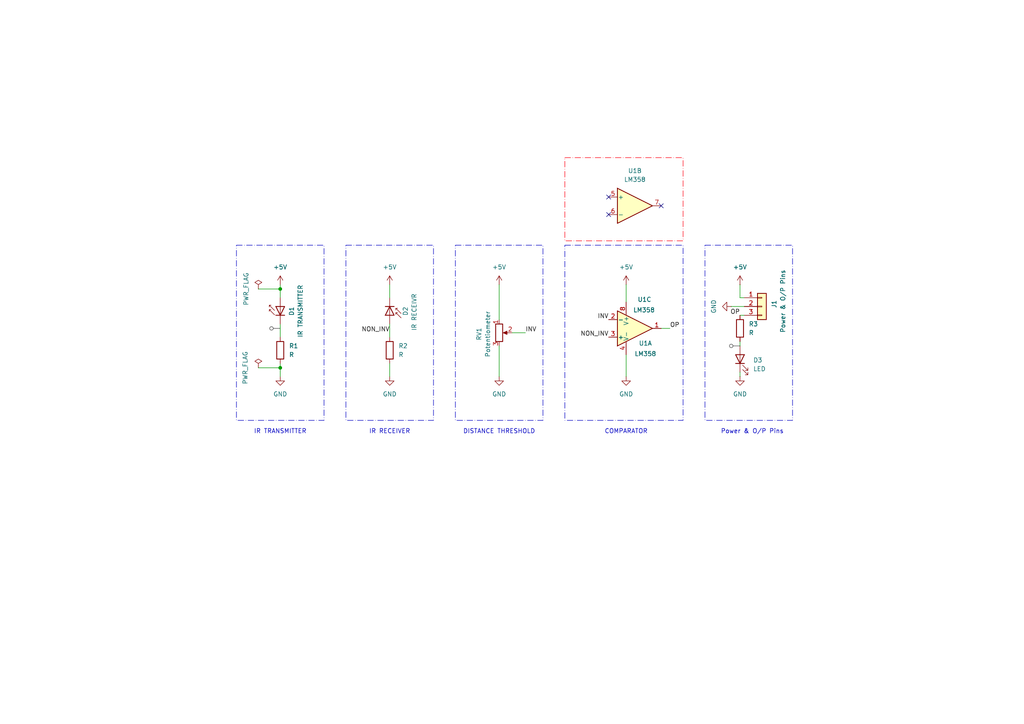
<source format=kicad_sch>
(kicad_sch (version 20250114) (generator "eeschema") (generator_version "9.0")
  (paper "A4")
  (lib_symbols
    (symbol "Amplifier_Operational:LM358" (pin_names (offset 0.127))
      (property "Reference" "U" (at 0 5.08 0))
      (property "Value" "LM358" (at 0 -5.08 0))
      (symbol "LM358_1_1"
        (polyline (pts (xy -5.08 5.08) (xy 5.08 0) (xy -5.08 -5.08) (xy -5.08 5.08)) (stroke (width 0.254)) (fill (type background)))
        (pin input line (at -7.62 2.54 0) (length 2.54) (name "+") (number "3"))
        (pin input line (at -7.62 -2.54 0) (length 2.54) (name "-") (number "2"))
        (pin output line (at 7.62 0 180) (length 2.54) (name "~") (number "1"))
      )
      (symbol "LM358_2_1"
        (polyline (pts (xy -5.08 5.08) (xy 5.08 0) (xy -5.08 -5.08) (xy -5.08 5.08)) (stroke (width 0.254)) (fill (type background)))
        (pin input line (at -7.62 2.54 0) (length 2.54) (name "+") (number "5"))
        (pin input line (at -7.62 -2.54 0) (length 2.54) (name "-") (number "6"))
        (pin output line (at 7.62 0 180) (length 2.54) (name "~") (number "7"))
      )
      (symbol "LM358_3_1"
        (pin power_in line (at -2.54 7.62 270) (length 3.81) (name "V+") (number "8"))
        (pin power_in line (at -2.54 -7.62 90) (length 3.81) (name "V-") (number "4"))
      )
    )
    (symbol "Connector_Generic:Conn_01x03" (pin_names (offset 1.016) (hide yes))
      (property "Reference" "J" (at 0 5.08 0))
      (property "Value" "Conn_01x03" (at 0 -5.08 0))
      (symbol "Conn_01x03_1_1"
        (rectangle (start -1.27 3.81) (end 1.27 -3.81) (stroke (width 0.254)) (fill (type background)))
        (rectangle (start -1.27 2.667) (end 0 2.413) (stroke (width 0.1524)))
        (rectangle (start -1.27 0.127) (end 0 -0.127) (stroke (width 0.1524)))
        (rectangle (start -1.27 -2.413) (end 0 -2.667) (stroke (width 0.1524)))
        (pin passive line (at -5.08 2.54 0) (length 3.81) (name "Pin_1") (number "1"))
        (pin passive line (at -5.08 0 0) (length 3.81) (name "Pin_2") (number "2"))
        (pin passive line (at -5.08 -2.54 0) (length 3.81) (name "Pin_3") (number "3"))
      )
    )
    (symbol "Device:D_Photo" (pin_numbers (hide yes)) (pin_names (hide yes))
      (property "Reference" "D" (at 0.508 1.778 0))
      (property "Value" "D_Photo" (at -1.016 -2.794 0))
      (symbol "D_Photo_0_1"
        (polyline (pts (xy -2.54 1.27) (xy -2.54 -1.27)) (stroke (width 0.254)))
        (polyline (pts (xy -2.032 1.778) (xy -1.524 1.778)))
        (polyline (pts (xy -0.508 3.302) (xy -2.032 1.778) (xy -2.032 2.286)))
        (polyline (pts (xy 0 0) (xy -2.54 0)))
        (polyline (pts (xy 0 -1.27) (xy 0 1.27) (xy -2.54 0) (xy 0 -1.27)) (stroke (width 0.254)))
        (polyline (pts (xy 0.762 3.302) (xy -0.762 1.778) (xy -0.762 2.286) (xy -0.762 1.778) (xy -0.254 1.778)))
      )
      (symbol "D_Photo_1_1"
        (pin passive line (at -5.08 0 0) (length 2.54) (name "K") (number "1"))
        (pin passive line (at 2.54 0 180) (length 2.54) (name "A") (number "2"))
      )
    )
    (symbol "Device:LED" (pin_numbers (hide yes)) (pin_names (offset 1.016) (hide yes))
      (property "Reference" "D" (at 0 2.54 0))
      (property "Value" "LED" (at 0 -2.54 0))
      (symbol "LED_0_1"
        (polyline (pts (xy -3.048 -0.762) (xy -4.572 -2.286) (xy -3.81 -2.286) (xy -4.572 -2.286) (xy -4.572 -1.524)))
        (polyline (pts (xy -1.778 -0.762) (xy -3.302 -2.286) (xy -2.54 -2.286) (xy -3.302 -2.286) (xy -3.302 -1.524)))
        (polyline (pts (xy -1.27 0) (xy 1.27 0)))
        (polyline (pts (xy -1.27 -1.27) (xy -1.27 1.27)) (stroke (width 0.254)))
        (polyline (pts (xy 1.27 -1.27) (xy 1.27 1.27) (xy -1.27 0) (xy 1.27 -1.27)) (stroke (width 0.254)))
      )
      (symbol "LED_1_1"
        (pin passive line (at -3.81 0 0) (length 2.54) (name "K") (number "1"))
        (pin passive line (at 3.81 0 180) (length 2.54) (name "A") (number "2"))
      )
    )
    (symbol "Device:R" (pin_numbers (hide yes)) (pin_names (offset 0))
      (property "Reference" "R" (at 2.032 0 90))
      (property "Value" "R" (at 0 0 90))
      (symbol "R_0_1"
        (rectangle (start -1.016 -2.54) (end 1.016 2.54) (stroke (width 0.254)))
      )
      (symbol "R_1_1"
        (pin passive line (at 0 3.81 270) (length 1.27) (name "~") (number "1"))
        (pin passive line (at 0 -3.81 90) (length 1.27) (name "~") (number "2"))
      )
    )
    (symbol "Device:R_Potentiometer" (pin_names (offset 1.016) (hide yes))
      (property "Reference" "RV" (at -4.445 0 90))
      (property "Value" "R_Potentiometer" (at -2.54 0 90))
      (symbol "R_Potentiometer_0_1"
        (rectangle (start 1.016 2.54) (end -1.016 -2.54) (stroke (width 0.254)))
        (polyline (pts (xy 1.143 0) (xy 2.286 0.508) (xy 2.286 -0.508) (xy 1.143 0)) (fill (type outline)))
        (polyline (pts (xy 2.54 0) (xy 1.524 0)))
      )
      (symbol "R_Potentiometer_1_1"
        (pin passive line (at 0 3.81 270) (length 1.27) (name "1") (number "1"))
        (pin passive line (at 0 -3.81 90) (length 1.27) (name "3") (number "3"))
        (pin passive line (at 3.81 0 180) (length 1.27) (name "2") (number "2"))
      )
    )
    (symbol "LED:IR204A" (pin_numbers (hide yes)) (pin_names (offset 1.016) (hide yes))
      (property "Reference" "D" (at 0.508 1.778 0))
      (property "Value" "IR204A" (at -1.016 -2.794 0))
      (symbol "IR204A_0_1"
        (polyline (pts (xy -2.54 1.27) (xy -2.54 -1.27)) (stroke (width 0.254)))
        (polyline (pts (xy -2.413 1.651) (xy -0.889 3.175) (xy -0.889 2.667) (xy -0.889 3.175) (xy -1.397 3.175)))
        (polyline (pts (xy -1.143 1.651) (xy 0.381 3.175) (xy 0.381 2.667)))
        (polyline (pts (xy 0 1.27) (xy -2.54 0) (xy 0 -1.27) (xy 0 1.27)) (stroke (width 0.254)))
        (polyline (pts (xy 0 0) (xy -2.54 0)))
        (polyline (pts (xy 0.381 3.175) (xy -0.127 3.175)))
      )
      (symbol "IR204A_1_1"
        (pin passive line (at -5.08 0 0) (length 2.54) (name "K") (number "1"))
        (pin passive line (at 2.54 0 180) (length 2.54) (name "A") (number "2"))
      )
    )
    (symbol "power:+5V" (power) (pin_numbers (hide yes)) (pin_names (offset 0) (hide yes))
      (property "Value" "+5V" (at 0 3.556 0))
      (symbol "+5V_0_1"
        (polyline (pts (xy -0.762 1.27) (xy 0 2.54)))
        (polyline (pts (xy 0 2.54) (xy 0.762 1.27)))
        (polyline (pts (xy 0 0) (xy 0 2.54)))
      )
      (symbol "+5V_1_1"
        (pin power_in line (at 0 0 90) (length 0) (name "~") (number "1"))
      )
    )
    (symbol "power:GND" (power) (pin_numbers (hide yes)) (pin_names (offset 0) (hide yes))
      (property "Value" "GND" (at 0 -3.81 0))
      (symbol "GND_0_1"
        (polyline (pts (xy 0 0) (xy 0 -1.27) (xy 1.27 -1.27) (xy 0 -2.54) (xy -1.27 -1.27) (xy 0 -1.27)))
      )
      (symbol "GND_1_1"
        (pin power_in line (at 0 0 270) (length 0) (name "~") (number "1"))
      )
    )
    (symbol "power:PWR_FLAG" (power) (pin_numbers (hide yes)) (pin_names (offset 0) (hide yes))
      (property "Value" "PWR_FLAG" (at 0 3.81 0))
      (symbol "PWR_FLAG_0_0"
        (pin power_out line (at 0 0 90) (length 0) (name "~") (number "1"))
      )
      (symbol "PWR_FLAG_0_1"
        (polyline (pts (xy 0 0) (xy 0 1.27) (xy -1.016 1.905) (xy 0 2.54) (xy 1.016 1.905) (xy 0 1.27)))
      )
    )
  )
  (rectangle (start 204.47 71.12) (end 229.87 121.92) (stroke (width 0) (type dash_dot)))
  (rectangle (start 163.83 71.12) (end 198.12 121.92) (stroke (width 0) (type dash_dot)))
  (rectangle (start 132.08 71.12) (end 157.48 121.92) (stroke (width 0) (type dash_dot)))
  (rectangle (start 68.58 71.12) (end 93.98 121.92) (stroke (width 0) (type dash_dot)))
  (rectangle (start 100.33 71.12) (end 125.73 121.92) (stroke (width 0) (type dash_dot)))
  (rectangle (start 163.83 45.72) (end 198.12 69.85) (stroke (width 0) (type dash_dot) (color 255 0 18 1)))
  (text "DISTANCE THRESHOLD" (at 144.78 125.222 0) (effects (font (size 1.27 1.27))))
  (text "COMPARATOR" (at 181.61 125.222 0) (effects (font (size 1.27 1.27))))
  (text "IR TRANSMITTER" (at 81.28 125.222 0) (effects (font (size 1.27 1.27))))
  (text "IR RECEIVER" (at 113.03 125.222 0) (effects (font (size 1.27 1.27))))
  (text "Power & O/P Pins" (at 218.186 125.222 0) (effects (font (size 1.27 1.27))))
  (junction (at 81.28 106.68))
  (junction (at 81.28 83.82))
  (no_connect (at 176.53 57.15))
  (no_connect (at 176.53 62.23))
  (no_connect (at 191.77 59.69))
  (wire (pts (xy 191.77 95.25) (xy 194.31 95.25)))
  (wire (pts (xy 181.61 102.87) (xy 181.61 109.22)))
  (wire (pts (xy 181.61 82.55) (xy 181.61 87.63)))
  (wire (pts (xy 81.28 93.98) (xy 81.28 97.79)))
  (wire (pts (xy 81.28 106.68) (xy 81.28 109.22)))
  (wire (pts (xy 81.28 82.55) (xy 81.28 83.82)))
  (wire (pts (xy 214.63 82.55) (xy 214.63 86.36)))
  (wire (pts (xy 214.63 86.36) (xy 215.9 86.36)))
  (wire (pts (xy 113.03 93.98) (xy 113.03 97.79)))
  (wire (pts (xy 148.59 96.52) (xy 152.4 96.52)))
  (wire (pts (xy 113.03 105.41) (xy 113.03 109.22)))
  (wire (pts (xy 81.28 83.82) (xy 81.28 86.36)))
  (wire (pts (xy 214.63 107.95) (xy 214.63 109.22)))
  (wire (pts (xy 113.03 82.55) (xy 113.03 86.36)))
  (wire (pts (xy 144.78 82.55) (xy 144.78 92.71)))
  (wire (pts (xy 214.63 91.44) (xy 215.9 91.44)))
  (wire (pts (xy 212.09 88.9) (xy 215.9 88.9)))
  (wire (pts (xy 81.28 105.41) (xy 81.28 106.68)))
  (wire (pts (xy 144.78 100.33) (xy 144.78 109.22)))
  (wire (pts (xy 214.63 99.06) (xy 214.63 100.33)))
  (wire (pts (xy 74.93 106.68) (xy 81.28 106.68)))
  (wire (pts (xy 74.93 83.82) (xy 81.28 83.82)))
  (label "OP" (at 194.31 95.25 0))
  (label "INV" (at 176.53 92.71 180))
  (label "NON_INV" (at 113.03 96.52 180))
  (label "INV" (at 152.4 96.52 0))
  (label "NON_INV" (at 176.53 97.79 180))
  (label "OP" (at 214.63 91.44 180))
  (netclass_flag "" (length 2.54) (shape round) (at 214.63 100.33 90) (property "Netclass" "Signal" (effects (hide yes))))
  (netclass_flag "" (length 2.54) (shape round) (at 81.28 95.25 90) (property "Netclass" "Signal" (effects (hide yes))))
  (symbol (lib_id "Device:R") (at 214.63 95.25 0) (unit 1)
    (property "Reference" "R3" (at 217.17 93.9799 0) (effects (justify left)))
    (property "Value" "R" (at 217.17 96.5199 0) (effects (justify left)))
    (property "Footprint" "Resistor_THT:R_Axial_DIN0207_L6.3mm_D2.5mm_P7.62mm_Horizontal" (effects (hide yes)))
    (property "Description" "Resistor" (effects (hide yes)))
  )
  (symbol (lib_id "power:PWR_FLAG") (at 74.93 83.82 0) (unit 1)
    (property "Reference" "#FLG01" (effects (hide yes)))
    (property "Value" "PWR_FLAG" (at 71.374 83.82 90))
    (property "Description" "Special symbol for telling ERC where power comes from" (effects (hide yes)))
  )
  (symbol (lib_id "Connector_Generic:Conn_01x03") (at 220.98 88.9 0) (unit 1)
    (property "Reference" "J1" (at 224.536 89.408 90) (effects (justify left)))
    (property "Value" "Power & O/P Pins" (at 227.076 96.52 90) (effects (justify left)))
    (property "Footprint" "Connector_PinSocket_2.54mm:PinSocket_1x03_P2.54mm_Horizontal" (effects (hide yes)))
    (property "Description" "Generic connector, single row, 01x03, script generated (kicad-library-utils/schlib/autogen/connector/)" (effects (hide yes)))
  )
  (symbol (lib_id "Device:D_Photo") (at 113.03 91.44 270) (unit 1)
    (property "Reference" "D2" (at 117.602 88.9 0) (effects (justify left)))
    (property "Value" "IR RECEIVR" (at 120.142 85.09 0) (effects (justify left)))
    (property "Footprint" "LED_THT:LED_D3.0mm" (effects (hide yes)))
    (property "Description" "Photodiode" (effects (hide yes)))
  )
  (symbol (lib_id "LED:IR204A") (at 81.28 88.9 90) (unit 1)
    (property "Reference" "D1" (at 84.582 88.9 0) (effects (justify right)))
    (property "Value" "IR TRANSMITTER" (at 87.122 82.55 0) (effects (justify right)))
    (property "Footprint" "LED_THT:LED_D3.0mm_IRBlack" (effects (hide yes)))
    (property "Datasheet" "http://www.everlight.com/file/ProductFile/IR204-A.pdf" (effects (hide yes)))
    (property "Description" "Infrared LED , 3mm LED package" (effects (hide yes)))
  )
  (symbol (lib_id "power:GND") (at 181.61 109.22 0) (unit 1)
    (property "Reference" "#PWR08" (effects (hide yes)))
    (property "Value" "GND" (at 181.61 114.3 0))
    (property "Description" "Power symbol creates a global label with name \"GND\" , ground" (effects (hide yes)))
  )
  (symbol (lib_id "Device:R") (at 113.03 101.6 0) (unit 1)
    (property "Reference" "R2" (at 115.57 100.3299 0) (effects (justify left)))
    (property "Value" "R" (at 115.57 102.8699 0) (effects (justify left)))
    (property "Footprint" "Resistor_THT:R_Axial_DIN0207_L6.3mm_D2.5mm_P7.62mm_Horizontal" (effects (hide yes)))
    (property "Description" "Resistor" (effects (hide yes)))
  )
  (symbol (lib_id "power:GND") (at 214.63 109.22 0) (unit 1)
    (property "Reference" "#PWR011" (effects (hide yes)))
    (property "Value" "GND" (at 214.63 114.3 0))
    (property "Description" "Power symbol creates a global label with name \"GND\" , ground" (effects (hide yes)))
  )
  (symbol (lib_id "power:GND") (at 81.28 109.22 0) (unit 1)
    (property "Reference" "#PWR02" (effects (hide yes)))
    (property "Value" "GND" (at 81.28 114.3 0))
    (property "Description" "Power symbol creates a global label with name \"GND\" , ground" (effects (hide yes)))
  )
  (symbol (lib_id "power:PWR_FLAG") (at 74.93 106.68 0) (unit 1)
    (property "Reference" "#FLG02" (effects (hide yes)))
    (property "Value" "PWR_FLAG" (at 71.12 106.68 90))
    (property "Description" "Special symbol for telling ERC where power comes from" (effects (hide yes)))
  )
  (symbol (lib_id "Amplifier_Operational:LM358") (at 184.15 59.69 0) (unit 2)
    (property "Reference" "U1" (at 184.15 49.53 0))
    (property "Value" "LM358" (at 184.15 52.07 0))
    (property "Footprint" "Package_DIP:DIP-8_W7.62mm" (effects (hide yes)))
    (property "Datasheet" "http://www.ti.com/lit/ds/symlink/lm2904-n.pdf" (effects (hide yes)))
    (property "Description" "Low-Power, Dual Operational Amplifiers, DIP-8/SOIC-8/TO-99-8" (effects (hide yes)))
  )
  (symbol (lib_id "power:GND") (at 144.78 109.22 0) (unit 1)
    (property "Reference" "#PWR06" (effects (hide yes)))
    (property "Value" "GND" (at 144.78 114.3 0))
    (property "Description" "Power symbol creates a global label with name \"GND\" , ground" (effects (hide yes)))
  )
  (symbol (lib_id "power:+5V") (at 214.63 82.55 0) (unit 1)
    (property "Reference" "#PWR010" (effects (hide yes)))
    (property "Value" "+5V" (at 214.63 77.47 0))
    (property "Description" "Power symbol creates a global label with name \"+5V\"" (effects (hide yes)))
  )
  (symbol (lib_id "Device:R") (at 81.28 101.6 0) (unit 1)
    (property "Reference" "R1" (at 83.82 100.3299 0) (effects (justify left)))
    (property "Value" "R" (at 83.82 102.8699 0) (effects (justify left)))
    (property "Footprint" "Resistor_THT:R_Axial_DIN0207_L6.3mm_D2.5mm_P7.62mm_Horizontal" (effects (hide yes)))
    (property "Description" "Resistor" (effects (hide yes)))
  )
  (symbol (lib_id "power:+5V") (at 144.78 82.55 0) (unit 1)
    (property "Reference" "#PWR05" (effects (hide yes)))
    (property "Value" "+5V" (at 144.78 77.47 0))
    (property "Description" "Power symbol creates a global label with name \"+5V\"" (effects (hide yes)))
  )
  (symbol (lib_id "power:+5V") (at 81.28 82.55 0) (unit 1)
    (property "Reference" "#PWR01" (effects (hide yes)))
    (property "Value" "+5V" (at 81.28 77.47 0))
    (property "Description" "Power symbol creates a global label with name \"+5V\"" (effects (hide yes)))
  )
  (symbol (lib_id "Amplifier_Operational:LM358") (at 184.15 95.25 0) (unit 3)
    (property "Reference" "U1" (at 184.912 86.868 0) (effects (justify left)))
    (property "Value" "LM358" (at 183.642 89.916 0) (effects (justify left)))
    (property "Footprint" "Package_DIP:DIP-8_W7.62mm" (effects (hide yes)))
    (property "Datasheet" "http://www.ti.com/lit/ds/symlink/lm2904-n.pdf" (effects (hide yes)))
    (property "Description" "Low-Power, Dual Operational Amplifiers, DIP-8/SOIC-8/TO-99-8" (effects (hide yes)))
  )
  (symbol (lib_id "power:GND") (at 113.03 109.22 0) (unit 1)
    (property "Reference" "#PWR04" (effects (hide yes)))
    (property "Value" "GND" (at 113.03 114.3 0))
    (property "Description" "Power symbol creates a global label with name \"GND\" , ground" (effects (hide yes)))
  )
  (symbol (lib_id "Device:LED") (at 214.63 104.14 90) (unit 1)
    (property "Reference" "D3" (at 218.44 104.4574 90) (effects (justify right)))
    (property "Value" "LED" (at 218.44 106.9974 90) (effects (justify right)))
    (property "Footprint" "LED_THT:LED_D3.0mm" (effects (hide yes)))
    (property "Description" "Light emitting diode" (effects (hide yes)))
    (property "Sim.Pins" "1=K 2=A" (effects (hide yes)))
  )
  (symbol (lib_id "Amplifier_Operational:LM358") (at 184.15 95.25 0) (mirror x) (unit 1)
    (property "Reference" "U1" (at 187.198 99.568 0))
    (property "Value" "LM358" (at 187.198 102.616 0))
    (property "Footprint" "Package_DIP:DIP-8_W7.62mm" (effects (hide yes)))
    (property "Datasheet" "http://www.ti.com/lit/ds/symlink/lm2904-n.pdf" (effects (hide yes)))
    (property "Description" "Low-Power, Dual Operational Amplifiers, DIP-8/SOIC-8/TO-99-8" (effects (hide yes)))
  )
  (symbol (lib_id "power:GND") (at 212.09 88.9 270) (unit 1)
    (property "Reference" "#PWR09" (effects (hide yes)))
    (property "Value" "GND" (at 207.01 88.9 0))
    (property "Description" "Power symbol creates a global label with name \"GND\" , ground" (effects (hide yes)))
  )
  (symbol (lib_id "power:+5V") (at 113.03 82.55 0) (unit 1)
    (property "Reference" "#PWR03" (effects (hide yes)))
    (property "Value" "+5V" (at 113.03 77.47 0))
    (property "Description" "Power symbol creates a global label with name \"+5V\"" (effects (hide yes)))
  )
  (symbol (lib_id "Device:R_Potentiometer") (at 144.78 96.52 0) (unit 1)
    (property "Reference" "RV1" (at 138.938 94.996 90) (effects (justify right)))
    (property "Value" "Potentiometer" (at 141.478 90.17 90) (effects (justify right)))
    (property "Footprint" "Potentiometer_SMD:Potentiometer_ACP_CA6-VSMD_Vertical" (effects (hide yes)))
    (property "Description" "Potentiometer" (effects (hide yes)))
  )
  (symbol (lib_id "power:+5V") (at 181.61 82.55 0) (unit 1)
    (property "Reference" "#PWR07" (effects (hide yes)))
    (property "Value" "+5V" (at 181.61 77.47 0))
    (property "Description" "Power symbol creates a global label with name \"+5V\"" (effects (hide yes)))
  )
)
</source>
